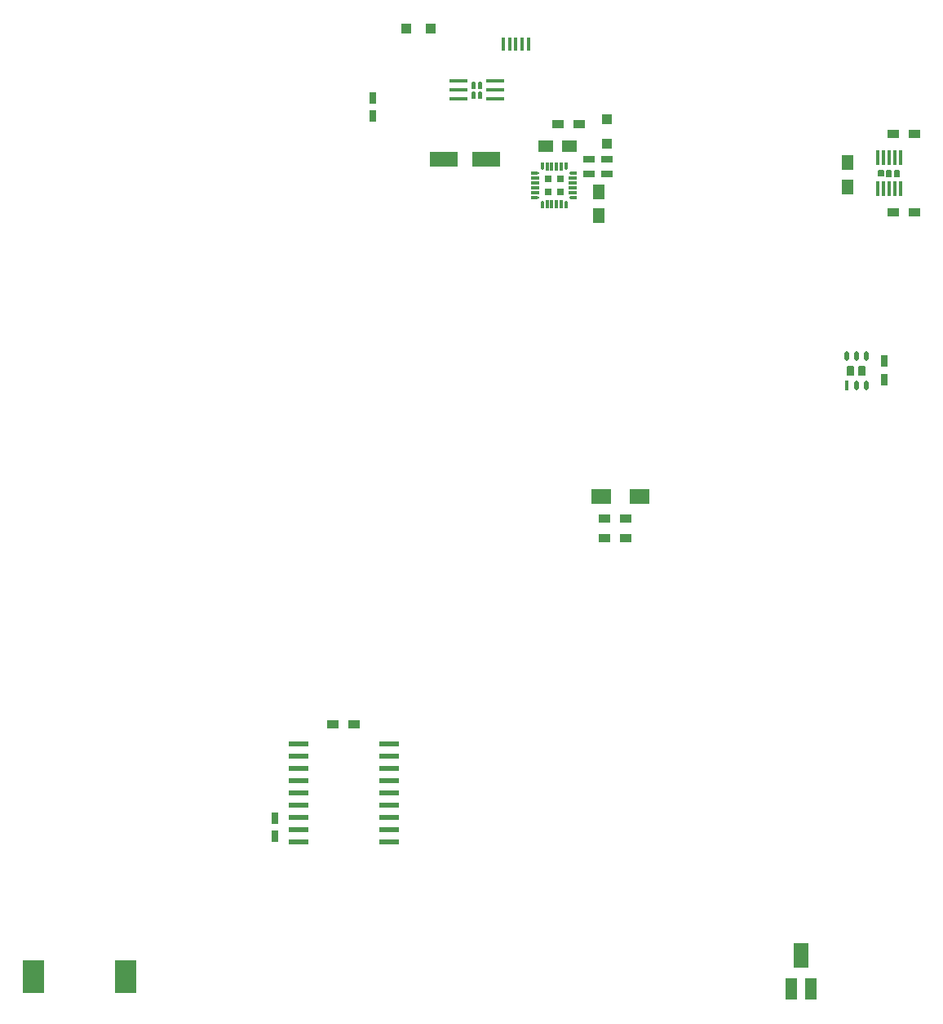
<source format=gbr>
G04 #@! TF.FileFunction,Paste,Top*
%FSLAX46Y46*%
G04 Gerber Fmt 4.6, Leading zero omitted, Abs format (unit mm)*
G04 Created by KiCad (PCBNEW 4.0.7) date Wed Feb 21 10:35:18 2018*
%MOMM*%
%LPD*%
G01*
G04 APERTURE LIST*
%ADD10C,0.025400*%
%ADD11C,0.150000*%
%ADD12R,0.400000X1.600000*%
%ADD13R,0.450000X1.000000*%
%ADD14O,0.450000X1.000000*%
%ADD15R,1.950000X0.400000*%
%ADD16R,2.000000X1.600000*%
%ADD17R,1.500000X1.250000*%
%ADD18R,1.200000X0.750000*%
%ADD19R,1.250000X1.500000*%
%ADD20R,0.750000X1.200000*%
%ADD21R,1.000000X1.000000*%
%ADD22R,1.200000X0.900000*%
%ADD23R,1.600000X2.500000*%
%ADD24R,1.200000X2.200000*%
%ADD25R,2.000000X0.600000*%
%ADD26R,2.200000X3.400000*%
%ADD27R,3.000000X1.600000*%
%ADD28R,0.700000X0.300000*%
%ADD29R,0.850000X0.300000*%
%ADD30R,0.300000X0.700000*%
%ADD31R,0.300000X0.850000*%
%ADD32R,0.780000X0.780000*%
%ADD33C,0.300000*%
%ADD34R,0.400000X1.350000*%
G04 APERTURE END LIST*
D10*
D11*
X189153800Y-48234600D02*
X189153800Y-47929800D01*
X189357000Y-48234600D02*
X189153800Y-48234600D01*
X189357000Y-47904400D02*
X189357000Y-48234600D01*
X189153800Y-47904400D02*
X189357000Y-47904400D01*
X189382400Y-48234600D02*
X189153800Y-47904400D01*
X189103000Y-48234600D02*
X189382400Y-48234600D01*
X189484000Y-47777400D02*
X189103000Y-48234600D01*
X189026800Y-47777400D02*
X189484000Y-47777400D01*
X189026800Y-48336200D02*
X189026800Y-47777400D01*
X189484000Y-48336200D02*
X189026800Y-48336200D01*
X189484000Y-47777400D02*
X189484000Y-48336200D01*
X188645800Y-47752000D02*
X188645800Y-48310800D01*
X188645800Y-48310800D02*
X188188600Y-48310800D01*
X188188600Y-48310800D02*
X188188600Y-47752000D01*
X188645800Y-47752000D02*
X188264800Y-48209200D01*
X188264800Y-48209200D02*
X188544200Y-48209200D01*
X188188600Y-47752000D02*
X188645800Y-47752000D01*
X188544200Y-48209200D02*
X188315600Y-47879000D01*
X188315600Y-47879000D02*
X188518800Y-47879000D01*
X188518800Y-47879000D02*
X188518800Y-48209200D01*
X188518800Y-48209200D02*
X188315600Y-48209200D01*
X188315600Y-48209200D02*
X188315600Y-47904400D01*
X187833000Y-47726600D02*
X187833000Y-48285400D01*
X187833000Y-48285400D02*
X187375800Y-48285400D01*
X187375800Y-48285400D02*
X187375800Y-47726600D01*
X187833000Y-47726600D02*
X187452000Y-48183800D01*
X187452000Y-48183800D02*
X187731400Y-48183800D01*
X187375800Y-47726600D02*
X187833000Y-47726600D01*
X187731400Y-48183800D02*
X187502800Y-47853600D01*
X187502800Y-47853600D02*
X187706000Y-47853600D01*
X187706000Y-47853600D02*
X187706000Y-48183800D01*
X187706000Y-48183800D02*
X187502800Y-48183800D01*
X187502800Y-48183800D02*
X187502800Y-47879000D01*
X185832400Y-68808600D02*
X185451400Y-68808600D01*
X184613200Y-68808600D02*
X184283000Y-68808600D01*
X184206800Y-68834000D02*
X184359200Y-68681600D01*
X184359200Y-68554600D02*
X184460800Y-68224400D01*
X184384600Y-68300600D02*
X184359200Y-68554600D01*
X184511600Y-68656200D02*
X184384600Y-68300600D01*
X184410000Y-68656200D02*
X184511600Y-68656200D01*
X184537000Y-68249800D02*
X184410000Y-68656200D01*
X184638600Y-68808600D02*
X184537000Y-68249800D01*
X184638600Y-68173600D02*
X184638600Y-68808600D01*
X184283000Y-68173600D02*
X184638600Y-68173600D01*
X184283000Y-68757800D02*
X184283000Y-68173600D01*
X184638600Y-68757800D02*
X184283000Y-68757800D01*
X184765600Y-68910200D02*
X184156000Y-68910200D01*
X184765600Y-68072000D02*
X184765600Y-68910200D01*
X184156000Y-68072000D02*
X184765600Y-68072000D01*
X184156000Y-68859400D02*
X184156000Y-68072000D01*
X185934000Y-68884800D02*
X185324400Y-68884800D01*
X185451400Y-68732400D02*
X185451400Y-68148200D01*
X185807000Y-68148200D02*
X185807000Y-68783200D01*
X185553000Y-68275200D02*
X185527600Y-68529200D01*
X185934000Y-68046600D02*
X185934000Y-68884800D01*
X185807000Y-68732400D02*
X185451400Y-68732400D01*
X185807000Y-68783200D02*
X185705400Y-68224400D01*
X185578400Y-68630800D02*
X185680000Y-68630800D01*
X185324400Y-68834000D02*
X185324400Y-68046600D01*
X185324400Y-68046600D02*
X185934000Y-68046600D01*
X185375200Y-68808600D02*
X185527600Y-68656200D01*
X185527600Y-68529200D02*
X185629200Y-68199000D01*
X185680000Y-68630800D02*
X185553000Y-68275200D01*
X185451400Y-68148200D02*
X185807000Y-68148200D01*
X185705400Y-68224400D02*
X185578400Y-68630800D01*
X145920400Y-39166800D02*
X145920400Y-38658800D01*
X145996600Y-38709600D02*
X145996600Y-39141400D01*
X145844200Y-38608000D02*
X145996600Y-38709600D01*
X145844200Y-39217600D02*
X145844200Y-38608000D01*
X146123600Y-39217600D02*
X145844200Y-39217600D01*
X146123600Y-38608000D02*
X146123600Y-39217600D01*
X145869600Y-38608000D02*
X146123600Y-38608000D01*
X145234600Y-39166800D02*
X145234600Y-38658800D01*
X145310800Y-38709600D02*
X145310800Y-39141400D01*
X145158400Y-39217600D02*
X145158400Y-38608000D01*
X145158400Y-38608000D02*
X145310800Y-38709600D01*
X145437800Y-39217600D02*
X145158400Y-39217600D01*
X145437800Y-38608000D02*
X145437800Y-39217600D01*
X145183800Y-38608000D02*
X145437800Y-38608000D01*
X145234600Y-40132000D02*
X145234600Y-39624000D01*
X145310800Y-39674800D02*
X145310800Y-40106600D01*
X145158400Y-40182800D02*
X145158400Y-39573200D01*
X145158400Y-39573200D02*
X145310800Y-39674800D01*
X145437800Y-40182800D02*
X145158400Y-40182800D01*
X145437800Y-39573200D02*
X145437800Y-40182800D01*
X145183800Y-39573200D02*
X145437800Y-39573200D01*
X145920400Y-40132000D02*
X145920400Y-39624000D01*
X145996600Y-39674800D02*
X145996600Y-40106600D01*
X145844200Y-40182800D02*
X145844200Y-39573200D01*
X145844200Y-39573200D02*
X145996600Y-39674800D01*
X146123600Y-40182800D02*
X145844200Y-40182800D01*
X146123600Y-39573200D02*
X146123600Y-40182800D01*
X145869600Y-39573200D02*
X146123600Y-39573200D01*
D12*
X189668000Y-46406000D03*
X189068000Y-46406000D03*
X188468000Y-46406000D03*
X187868000Y-46406000D03*
X187268000Y-46406000D03*
X189668000Y-49606000D03*
X189068000Y-49606000D03*
X188468000Y-49606000D03*
X187868000Y-49606000D03*
X187268000Y-49606000D03*
D13*
X184045000Y-69978000D03*
D14*
X184045000Y-66928000D03*
X185045000Y-69978000D03*
X185045000Y-66928000D03*
X186045000Y-69978000D03*
X186045000Y-66928000D03*
D15*
X143716000Y-38420000D03*
X143716000Y-39370000D03*
X143716000Y-40320000D03*
X147566000Y-38420000D03*
X147566000Y-39370000D03*
X147566000Y-40320000D03*
D16*
X158528000Y-81534000D03*
X162528000Y-81534000D03*
D17*
X155301000Y-45212000D03*
X152801000Y-45212000D03*
D18*
X157292000Y-46583600D03*
X159192000Y-46583600D03*
D19*
X158292800Y-49905601D03*
X158292800Y-52405601D03*
D18*
X157292000Y-48082201D03*
X159192000Y-48082201D03*
D20*
X124714000Y-116774000D03*
X124714000Y-114874000D03*
X134874000Y-40198000D03*
X134874000Y-42098000D03*
D19*
X184151194Y-46930644D03*
X184151194Y-49430644D03*
D20*
X187960000Y-67503000D03*
X187960000Y-69403000D03*
D21*
X159131000Y-42438000D03*
X159131000Y-44938000D03*
D22*
X154094000Y-42926000D03*
X156294000Y-42926000D03*
X158920000Y-85852000D03*
X161120000Y-85852000D03*
X158920000Y-83820000D03*
X161120000Y-83820000D03*
X130726000Y-105156000D03*
X132926000Y-105156000D03*
X191092000Y-52044600D03*
X188892000Y-52044600D03*
D23*
X179308000Y-129088000D03*
D24*
X178308000Y-132588000D03*
X180308000Y-132588000D03*
D25*
X136526000Y-117348000D03*
X136526000Y-116078000D03*
X136526000Y-114808000D03*
X136526000Y-113538000D03*
X136526000Y-112268000D03*
X136526000Y-110998000D03*
X136526000Y-109728000D03*
X136526000Y-108458000D03*
X136526000Y-107188000D03*
X127126000Y-107188000D03*
X127126000Y-108458000D03*
X127126000Y-109728000D03*
X127126000Y-110998000D03*
X127126000Y-112268000D03*
X127126000Y-113538000D03*
X127126000Y-114808000D03*
X127126000Y-116078000D03*
X127126000Y-117348000D03*
D21*
X138348400Y-33045400D03*
X140848400Y-33045400D03*
D26*
X99594000Y-131318000D03*
X109194000Y-131318000D03*
D22*
X191092000Y-43942000D03*
X188892000Y-43942000D03*
D27*
X142224400Y-46532800D03*
X146624400Y-46532800D03*
D28*
X155709999Y-50511000D03*
D29*
X155634999Y-50011000D03*
X155634999Y-49511000D03*
X155634999Y-49011000D03*
X155634999Y-48511000D03*
D28*
X155709999Y-48011000D03*
D30*
X154934999Y-47236000D03*
D31*
X154434999Y-47311000D03*
X153934999Y-47311000D03*
X153434999Y-47311000D03*
X152934999Y-47311000D03*
D30*
X152434999Y-47236000D03*
D28*
X151659999Y-48011000D03*
D29*
X151734999Y-48511000D03*
X151734999Y-49011000D03*
X151734999Y-49511000D03*
X151734999Y-50011000D03*
D28*
X151659999Y-50511000D03*
D30*
X152434999Y-51286000D03*
D31*
X152934999Y-51211000D03*
X153434999Y-51211000D03*
X153934999Y-51211000D03*
X154434999Y-51211000D03*
D30*
X154934999Y-51286000D03*
D32*
X153034999Y-48611000D03*
X153034999Y-49911000D03*
X154334999Y-48611000D03*
X154334999Y-49911000D03*
D33*
X152434999Y-50936000D03*
X152009999Y-50511000D03*
X152009999Y-48011000D03*
X152434999Y-47586000D03*
X155359999Y-48011000D03*
X154934999Y-47586000D03*
X154934999Y-50936000D03*
X155359999Y-50511000D03*
D34*
X151007600Y-34598600D03*
X150357600Y-34598600D03*
X149707600Y-34598600D03*
X149057600Y-34598600D03*
X148407600Y-34598600D03*
M02*

</source>
